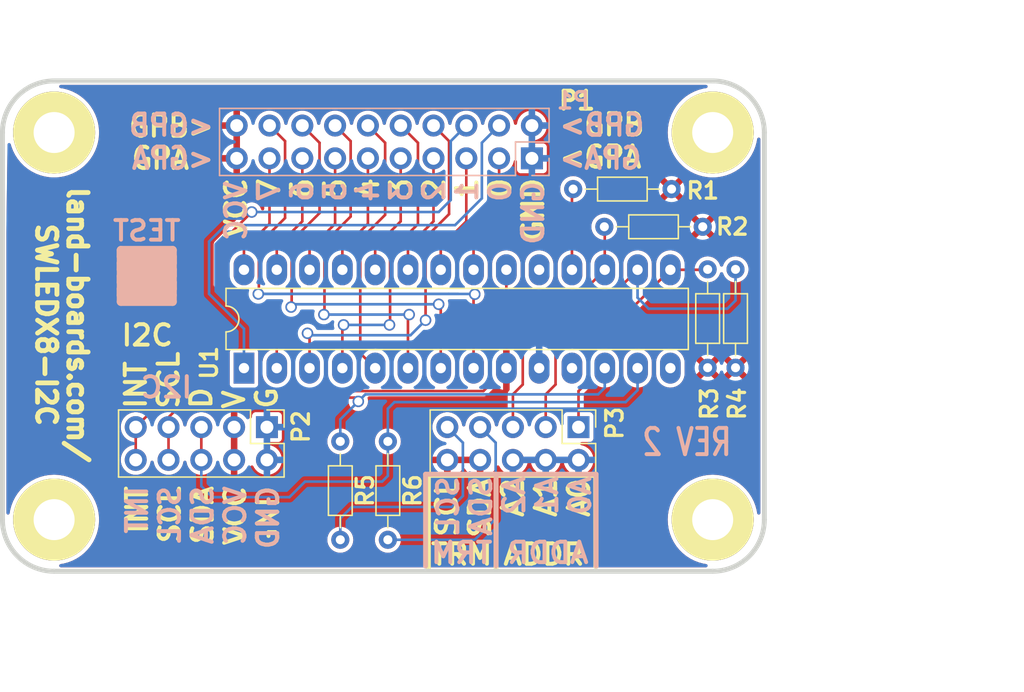
<source format=kicad_pcb>
(kicad_pcb (version 20211014) (generator pcbnew)
  (title_block (title "SWLEDX8-I2C") (date "2017-05-28") (rev "X1") (company "Land Boards, LLC"))
  (layers (0 "F.Cu" signal "Front") (31 "B.Cu" signal "Back") (36 "B.SilkS" user "B.Silkscreen") (37 "F.SilkS" user "F.Silkscreen") (38 "B.Mask" user) (39 "F.Mask" user) (44 "Edge.Cuts" user))
  (net 0 "")
  (net 1 "GND")
  (net 2 "VCC")
  (net 3 "/S0")
  (net 4 "/L0")
  (net 5 "/S1")
  (net 6 "/L1")
  (net 7 "/S2")
  (net 8 "/L2")
  (net 9 "/S3")
  (net 10 "/L3")
  (net 11 "/S4")
  (net 12 "/L4")
  (net 13 "/S5")
  (net 14 "/L5")
  (net 15 "/SDA")
  (net 16 "/SCL")
  (net 17 "/INTS")
  (net 18 "Net-(P3-Pad7)")
  (net 19 "Net-(P3-Pad9)")
  (net 20 "/S6")
  (net 21 "/L6")
  (net 22 "/S7")
  (net 23 "/L7")
  (net 24 "/A1")
  (net 25 "/A0")
  (net 26 "/RST")
  (net 27 "/A2")
  (footprint "Resistor_THT:R_Axial_DIN0204_L3.6mm_D1.6mm_P7.62mm_Horizontal" (layer "F.Cu") (at 51.816 8.382 180)
    (fp_text reference "R1" (at -2.413 -0.127 180) (layer "F.SilkS") (effects (font (size 1.27 1.27) (thickness 0.254))))
    (fp_text value "10K")
    (fp_line (start 1.89 -0.92) (end 1.89 0.92) (layer "F.SilkS") (width 0.12))
    (fp_line (start 0.94 0) (end 1.89 0) (layer "F.SilkS") (width 0.12))
    (fp_line (start 5.73 0.92) (end 5.73 -0.92) (layer "F.SilkS") (width 0.12))
    (fp_line (start 6.68 0) (end 5.73 0) (layer "F.SilkS") (width 0.12))
    (fp_line (start 5.73 -0.92) (end 1.89 -0.92) (layer "F.SilkS") (width 0.12))
    (fp_line (start 1.89 0.92) (end 5.73 0.92) (layer "F.SilkS") (width 0.12))
    (pad "1" thru_hole circle (at 0 0 180) (size 1.4 1.4) (drill 0.7) (layers *.Cu *.Mask) (net 2 "VCC"))
    (pad "2" thru_hole oval (at 7.62 0 180) (size 1.4 1.4) (drill 0.7) (layers *.Cu *.Mask) (net 26 "/RST"))
  )
  (footprint "Resistor_THT:R_Axial_DIN0204_L3.6mm_D1.6mm_P7.62mm_Horizontal" (layer "F.Cu") (at 54.61 22.225 90)
    (fp_text reference "R3" (at -2.794 0.127 90) (layer "F.SilkS") (effects (font (size 1.27 1.27) (thickness 0.254))))
    (fp_text value "10K")
    (fp_line (start 1.89 0.92) (end 5.73 0.92) (layer "F.SilkS") (width 0.12))
    (fp_line (start 5.73 -0.92) (end 1.89 -0.92) (layer "F.SilkS") (width 0.12))
    (fp_line (start 5.73 0.92) (end 5.73 -0.92) (layer "F.SilkS") (width 0.12))
    (fp_line (start 0.94 0) (end 1.89 0) (layer "F.SilkS") (width 0.12))
    (fp_line (start 6.68 0) (end 5.73 0) (layer "F.SilkS") (width 0.12))
    (fp_line (start 1.89 -0.92) (end 1.89 0.92) (layer "F.SilkS") (width 0.12))
    (pad "1" thru_hole circle (at 0 0 90) (size 1.4 1.4) (drill 0.7) (layers *.Cu *.Mask) (net 2 "VCC"))
    (pad "2" thru_hole oval (at 7.62 0 90) (size 1.4 1.4) (drill 0.7) (layers *.Cu *.Mask) (net 25 "/A0"))
  )
  (footprint "Resistor_THT:R_Axial_DIN0204_L3.6mm_D1.6mm_P7.62mm_Horizontal" (layer "F.Cu") (at 56.769 22.225 90)
    (fp_text reference "R4" (at -2.794 0.127 90) (layer "F.SilkS") (effects (font (size 1.27 1.27) (thickness 0.254))))
    (fp_text value "10K")
    (fp_line (start 5.73 0.92) (end 5.73 -0.92) (layer "F.SilkS") (width 0.12))
    (fp_line (start 1.89 0.92) (end 5.73 0.92) (layer "F.SilkS") (width 0.12))
    (fp_line (start 5.73 -0.92) (end 1.89 -0.92) (layer "F.SilkS") (width 0.12))
    (fp_line (start 1.89 -0.92) (end 1.89 0.92) (layer "F.SilkS") (width 0.12))
    (fp_line (start 6.68 0) (end 5.73 0) (layer "F.SilkS") (width 0.12))
    (fp_line (start 0.94 0) (end 1.89 0) (layer "F.SilkS") (width 0.12))
    (pad "1" thru_hole circle (at 0 0 90) (size 1.4 1.4) (drill 0.7) (layers *.Cu *.Mask) (net 2 "VCC"))
    (pad "2" thru_hole oval (at 7.62 0 90) (size 1.4 1.4) (drill 0.7) (layers *.Cu *.Mask) (net 24 "/A1"))
  )
  (footprint "Resistor_THT:R_Axial_DIN0204_L3.6mm_D1.6mm_P7.62mm_Horizontal" (layer "F.Cu") (at 54.229 11.303 180)
    (fp_text reference "R2" (at -2.286 0 180) (layer "F.SilkS") (effects (font (size 1.27 1.27) (thickness 0.254))))
    (fp_text value "10K")
    (fp_line (start 1.89 -0.92) (end 1.89 0.92) (layer "F.SilkS") (width 0.12))
    (fp_line (start 1.89 0.92) (end 5.73 0.92) (layer "F.SilkS") (width 0.12))
    (fp_line (start 5.73 0.92) (end 5.73 -0.92) (layer "F.SilkS") (width 0.12))
    (fp_line (start 0.94 0) (end 1.89 0) (layer "F.SilkS") (width 0.12))
    (fp_line (start 6.68 0) (end 5.73 0) (layer "F.SilkS") (width 0.12))
    (fp_line (start 5.73 -0.92) (end 1.89 -0.92) (layer "F.SilkS") (width 0.12))
    (pad "1" thru_hole circle (at 0 0 180) (size 1.4 1.4) (drill 0.7) (layers *.Cu *.Mask) (net 2 "VCC"))
    (pad "2" thru_hole oval (at 7.62 0 180) (size 1.4 1.4) (drill 0.7) (layers *.Cu *.Mask) (net 27 "/A2"))
  )
  (footprint "Resistor_THT:R_Axial_DIN0204_L3.6mm_D1.6mm_P7.62mm_Horizontal" (layer "F.Cu") (at 26.162 27.94 -90)
    (fp_text reference "R5" (at 3.81 -1.92 90) (layer "F.SilkS") (effects (font (size 1.27 1.27) (thickness 0.254))))
    (fp_text value "2.2K")
    (fp_line (start 0.94 0) (end 1.89 0) (layer "F.SilkS") (width 0.12))
    (fp_line (start 5.73 0.92) (end 5.73 -0.92) (layer "F.SilkS") (width 0.12))
    (fp_line (start 5.73 -0.92) (end 1.89 -0.92) (layer "F.SilkS") (width 0.12))
    (fp_line (start 6.68 0) (end 5.73 0) (layer "F.SilkS") (width 0.12))
    (fp_line (start 1.89 -0.92) (end 1.89 0.92) (layer "F.SilkS") (width 0.12))
    (fp_line (start 1.89 0.92) (end 5.73 0.92) (layer "F.SilkS") (width 0.12))
    (pad "1" thru_hole circle (at 0 0 270) (size 1.4 1.4) (drill 0.7) (layers *.Cu *.Mask) (net 16 "/SCL"))
    (pad "2" thru_hole oval (at 7.62 0 270) (size 1.4 1.4) (drill 0.7) (layers *.Cu *.Mask) (net 19 "Net-(P3-Pad9)"))
  )
  (footprint "Resistor_THT:R_Axial_DIN0204_L3.6mm_D1.6mm_P7.62mm_Horizontal" (layer "F.Cu") (at 29.845 27.94 -90)
    (fp_text reference "R6" (at 3.81 -1.92 90) (layer "F.SilkS") (effects (font (size 1.27 1.27) (thickness 0.254))))
    (fp_text value "2.2K")
    (fp_line (start 1.89 0.92) (end 5.73 0.92) (layer "F.SilkS") (width 0.12))
    (fp_line (start 0.94 0) (end 1.89 0) (layer "F.SilkS") (width 0.12))
    (fp_line (start 6.68 0) (end 5.73 0) (layer "F.SilkS") (width 0.12))
    (fp_line (start 1.89 -0.92) (end 1.89 0.92) (layer "F.SilkS") (width 0.12))
    (fp_line (start 5.73 0.92) (end 5.73 -0.92) (layer "F.SilkS") (width 0.12))
    (fp_line (start 5.73 -0.92) (end 1.89 -0.92) (layer "F.SilkS") (width 0.12))
    (pad "1" thru_hole circle (at 0 0 270) (size 1.4 1.4) (drill 0.7) (layers *.Cu *.Mask) (net 15 "/SDA"))
    (pad "2" thru_hole oval (at 7.62 0 270) (size 1.4 1.4) (drill 0.7) (layers *.Cu *.Mask) (net 18 "Net-(P3-Pad7)"))
  )
  (footprint "LandBoards_MountHoles:MTG-4-40" (layer "F.Cu") (at 55 34)
    (fp_text reference "MTG?1" hide)
    (fp_text value "MTG_HOLE" hide)
    (pad "1" thru_hole circle locked (at 0 0) (size 6.35 6.35) (drill 3.175) (layers *.Cu *.Mask "F.SilkS"))
  )
  (footprint "LandBoards_MountHoles:MTG-4-40" (layer "F.Cu") (at 55 4)
    (fp_text reference "MTG1" hide)
    (fp_text value "MTG_HOLE" hide)
    (pad "1" thru_hole circle locked (at 0 0) (size 6.35 6.35) (drill 3.175) (layers *.Cu *.Mask "F.SilkS"))
  )
  (footprint "LandBoards_MountHoles:MTG-4-40" (layer "F.Cu") (at 4 4)
    (fp_text reference "MTG2" hide)
    (fp_text value "MTG_HOLE" hide)
    (pad "1" thru_hole circle locked (at 0 0) (size 6.35 6.35) (drill 3.175) (layers *.Cu *.Mask "F.SilkS"))
  )
  (footprint "LandBoards_MountHoles:MTG-4-40" (layer "F.Cu") (at 4 34)
    (fp_text reference "MTG3" hide)
    (fp_text value "MTG_HOLE" hide)
    (pad "1" thru_hole circle locked (at 0 0) (size 6.35 6.35) (drill 3.175) (layers *.Cu *.Mask "F.SilkS"))
  )
  (footprint "Pin_Headers:Pin_Header_Straight_2x05_Pitch2.54mm" (layer "F.Cu") (at 44.61 26.83 -90)
    (fp_text reference "P3" (at -0.3 -2.8 -90) (layer "F.SilkS") (effects (font (size 1.27 1.27) (thickness 0.254))))
    (fp_text value "CONN_02X05" hide)
    (fp_line (start -1.33 11.49) (end 3.87 11.49) (layer "F.SilkS") (width 0.12))
    (fp_line (start -1.33 0) (end -1.33 -1.33) (layer "F.SilkS") (width 0.12))
    (fp_line (start 1.27 1.27) (end -1.33 1.27) (layer "F.SilkS") (width 0.12))
    (fp_line (start 3.87 -1.33) (end 1.27 -1.33) (layer "F.SilkS") (width 0.12))
    (fp_line (start -1.33 1.27) (end -1.33 11.49) (layer "F.SilkS") (width 0.12))
    (fp_line (start -1.33 -1.33) (end 0 -1.33) (layer "F.SilkS") (width 0.12))
    (fp_line (start 1.27 -1.33) (end 1.27 1.27) (layer "F.SilkS") (width 0.12))
    (fp_line (start 3.87 11.49) (end 3.87 -1.33) (layer "F.SilkS") (width 0.12))
    (pad "1" thru_hole rect locked (at 0 0 270) (size 1.7 1.7) (drill 1) (layers *.Cu *.Mask) (net 25 "/A0"))
    (pad "2" thru_hole oval locked (at 2.54 0 270) (size 1.7 1.7) (drill 1) (layers *.Cu *.Mask) (net 1 "GND"))
    (pad "3" thru_hole oval locked (at 0 2.54 270) (size 1.7 1.7) (drill 1) (layers *.Cu *.Mask) (net 24 "/A1"))
    (pad "4" thru_hole oval locked (at 2.54 2.54 270) (size 1.7 1.7) (drill 1) (layers *.Cu *.Mask) (net 1 "GND"))
    (pad "5" thru_hole oval locked (at 0 5.08 270) (size 1.7 1.7) (drill 1) (layers *.Cu *.Mask) (net 27 "/A2"))
    (pad "6" thru_hole oval locked (at 2.54 5.08 270) (size 1.7 1.7) (drill 1) (layers *.Cu *.Mask) (net 1 "GND"))
    (pad "7" thru_hole oval locked (at 0 7.62 270) (size 1.7 1.7) (drill 1) (layers *.Cu *.Mask) (net 18 "Net-(P3-Pad7)"))
    (pad "8" thru_hole oval locked (at 2.54 7.62 270) (size 1.7 1.7) (drill 1) (layers *.Cu *.Mask) (net 2 "VCC"))
    (pad "9" thru_hole oval locked (at 0 10.16 270) (size 1.7 1.7) (drill 1) (layers *.Cu *.Mask) (net 19 "Net-(P3-Pad9)"))
    (pad "10" thru_hole oval locked (at 2.54 10.16 270) (size 1.7 1.7) (drill 1) (layers *.Cu *.Mask) (net 2 "VCC"))
  )
  (footprint "Housings_DIP:DIP-28_W7.62mm_LongPads" (layer "F.Cu") (at 18.702 22.258 90)
    (fp_text reference "U1" (at 0.414 -2.7 90) (layer "F.SilkS") (effects (font (size 1.27 1.27) (thickness 0.254))))
    (fp_text value "MCP23017P" hide)
    (fp_line (start 6.18 -1.39) (end 4.81 -1.39) (layer "F.SilkS") (width 0.12))
    (fp_line (start 1.44 34.41) (end 6.18 34.41) (layer "F.SilkS") (width 0.12))
    (fp_line (start 2.81 -1.39) (end 1.44 -1.39) (layer "F.SilkS") (width 0.12))
    (fp_line (start 1.44 -1.39) (end 1.44 34.41) (layer "F.SilkS") (width 0.12))
    (fp_line (start 6.18 34.41) (end 6.18 -1.39) (layer "F.SilkS") (width 0.12))
    (fp_arc (start 4.81 -1.39) (mid 3.81 -0.39) (end 2.81 -1.39) (layer "F.SilkS") (width 0.12))
    (pad "1" thru_hole rect locked (at 0 0 90) (size 2.4 1.6) (drill 0.8) (layers *.Cu *.Mask) (net 4 "/L0"))
    (pad "2" thru_hole oval locked (at 0 2.54 90) (size 2.4 1.6) (drill 0.8) (layers *.Cu *.Mask) (net 6 "/L1"))
    (pad "3" thru_hole oval locked (at 0 5.08 90) (size 2.4 1.6) (drill 0.8) (layers *.Cu *.Mask) (net 8 "/L2"))
    (pad "4" thru_hole oval locked (at 0 7.62 90) (size 2.4 1.6) (drill 0.8) (layers *.Cu *.Mask) (net 10 "/L3"))
    (pad "5" thru_hole oval locked (at 0 10.16 90) (size 2.4 1.6) (drill 0.8) (layers *.Cu *.Mask) (net 12 "/L4"))
    (pad "6" thru_hole oval locked (at 0 12.7 90) (size 2.4 1.6) (drill 0.8) (layers *.Cu *.Mask) (net 14 "/L5"))
    (pad "7" thru_hole oval locked (at 0 15.24 90) (size 2.4 1.6) (drill 0.8) (layers *.Cu *.Mask) (net 21 "/L6"))
    (pad "8" thru_hole oval locked (at 0 17.78 90) (size 2.4 1.6) (drill 0.8) (layers *.Cu *.Mask) (net 23 "/L7"))
    (pad "9" thru_hole oval locked (at 0 20.32 90) (size 2.4 1.6) (drill 0.8) (layers *.Cu *.Mask) (net 2 "VCC"))
    (pad "10" thru_hole oval locked (at 0 22.86 90) (size 2.4 1.6) (drill 0.8) (layers *.Cu *.Mask) (net 1 "GND"))
    (pad "11" thru_hole oval locked (at 0 25.4 90) (size 2.4 1.6) (drill 0.8) (layers *.Cu *.Mask))
    (pad "12" thru_hole oval locked (at 0 27.94 90) (size 2.4 1.6) (drill 0.8) (layers *.Cu *.Mask) (net 16 "/SCL"))
    (pad "13" thru_hole oval locked (at 0 30.48 90) (size 2.4 1.6) (drill 0.8) (layers *.Cu *.Mask) (net 15 "/SDA"))
    (pad "14" thru_hole oval locked (at 0 33.02 90) (size 2.4 1.6) (drill 0.8) (layers *.Cu *.Mask))
    (pad "15" thru_hole oval locked (at 7.62 33.02 90) (size 2.4 1.6) (drill 0.8) (layers *.Cu *.Mask) (net 25 "/A0"))
    (pad "16" thru_hole oval locked (at 7.62 30.48 90) (size 2.4 1.6) (drill 0.8) (layers *.Cu *.Mask) (net 24 "/A1"))
    (pad "17" thru_hole oval locked (at 7.62 27.94 90) (size 2.4 1.6) (drill 0.8) (layers *.Cu *.Mask) (net 27 "/A2"))
    (pad "18" thru_hole oval locked (at 7.62 25.4 90) (size 2.4 1.6) (drill 0.8) (layers *.Cu *.Mask) (net 26 "/RST"))
    (pad "19" thru_hole oval locked (at 7.62 22.86 90) (size 2.4 1.6) (drill 0.8) (layers *.Cu *.Mask))
    (pad "20" thru_hole oval locked (at 7.62 20.32 90) (size 2.4 1.6) (drill 0.8) (layers *.Cu *.Mask) (net 17 "/INTS"))
    (pad "21" thru_hole oval locked (at 7.62 17.78 90) (size 2.4 1.6) (drill 0.8) (layers *.Cu *.Mask) (net 3 "/S0"))
    (pad "22" thru_hole oval locked (at 7.62 15.24 90) (size 2.4 1.6) (drill 0.8) (layers *.Cu *.Mask) (net 5 "/S1"))
    (pad "23" thru_hole oval locked (at 7.62 12.7 90) (size 2.4 1.6) (drill 0.8) (layers *.Cu *.Mask) (net 7 "/S2"))
    (pad "24" thru_hole oval locked (at 7.62 10.16 90) (size 2.4 1.6) (drill 0.8) (layers *.Cu *.Mask) (net 9 "/S3"))
    (pad "25" thru_hole oval locked (at 7.62 7.62 90) (size 2.4 1.6) (drill 0.8) (layers *.Cu *.Mask) (net 11 "/S4"))
    (pad "26" thru_hole oval locked (at 7.62 5.08 90) (size 2.4 1.6) (drill 0.8) (layers *.Cu *.Mask) (net 13 "/S5"))
    (pad "27" thru_hole oval locked (at 7.62 2.54 90) (size 2.4 1.6) (drill 0.8) (layers *.Cu *.Mask) (net 20 "/S6"))
    (pad "28" thru_hole oval locked (at 7.62 0 90) (size 2.4 1.6) (drill 0.8) (layers *.Cu *.Mask) (net 22 "/S7"))
  )
  (footprint "Connector_PinHeader_2.54mm:PinHeader_2x05_P2.54mm_Vertical" (layer "F.Cu") (at 20.48 26.83 -90)
    (fp_text reference "P2" (at -0.033 -2.634 -90) (layer "F.SilkS") (effects (font (size 1.27 1.27) (thickness 0.254))))
    (fp_text value "CONN_02X05")
    (fp_line (start -1.33 11.49) (end 3.87 11.49) (layer "F.SilkS") (width 0.12))
    (fp_line (start 1.27 1.27) (end 1.27 -1.33) (layer "F.SilkS") (width 0.12))
    (fp_line (start -1.33 1.27) (end 1.27 1.27) (layer "F.SilkS") (width 0.12))
    (fp_line (start 1.27 -1.33) (end 3.87 -1.33) (layer "F.SilkS") (width 0.12))
    (fp_line (start -1.33 1.27) (end -1.33 11.49) (layer "F.SilkS") (width 0.12))
    (fp_line (start -1.33 -1.33) (end 0 -1.33) (layer "F.SilkS") (width 0.12))
    (fp_line (start -1.33 0) (end -1.33 -1.33) (layer "F.SilkS") (width 0.12))
    (fp_line (start 3.87 -1.33) (end 3.87 11.49) (layer "F.SilkS") (width 0.12))
    (pad "1" thru_hole rect (at 0 0 270) (size 1.7 1.7) (drill 1) (layers *.Cu *.Mask) (net 1 "GND"))
    (pad "2" thru_hole oval (at 2.54 0 270) (size 1.7 1.7) (drill 1) (layers *.Cu *.Mask) (net 1 "GND"))
    (pad "3" thru_hole oval (at 0 2.54 270) (size 1.7 1.7) (drill 1) (layers *.Cu *.Mask) (net 2 "VCC"))
    (pad "4" thru_hole oval (at 2.54 2.54 270) (size 1.7 1.7) (drill 1) (layers *.Cu *.Mask) (net 2 "VCC"))
    (pad "5" thru_hole oval (at 0 5.08 270) (size 1.7 1.7) (drill 1) (layers *.Cu *.Mask) (net 15 "/SDA"))
    (pad "6" thru_hole oval (at 2.54 5.08 270) (size 1.7 1.7) (drill 1) (layers *.Cu *.Mask) (net 15 "/SDA"))
    (pad "7" thru_hole oval (at 0 7.62 270) (size 1.7 1.7) (drill 1) (layers *.Cu *.Mask) (net 16 "/SCL"))
    (pad "8" thru_hole oval (at 2.54 7.62 270) (size 1.7 1.7) (drill 1) (layers *.Cu *.Mask) (net 16 "/SCL"))
    (pad "9" thru_hole oval (at 0 10.16 270) (size 1.7 1.7) (drill 1) (layers *.Cu *.Mask) (net 17 "/INTS"))
    (pad "10" thru_hole oval (at 2.54 10.16 270) (size 1.7 1.7) (drill 1) (layers *.Cu *.Mask) (net 17 "/INTS"))
  )
  (footprint "LandBoards_Marking:TEST_BLK-REAR" (layer "F.Cu") (at 11.176 15.113)
    (fp_text reference "TEST" (at 0 -3.5) (layer "B.SilkS") (effects (font (size 1.524 1.524) (thickness 0.3048)) (justify mirror)))
    (fp_text value "COUPON" hide)
    (fp_line (start -2 -2) (end -2 -1.5) (layer "B.SilkS") (width 0.65))
    (fp_line (start -2 -1) (end -2 -0.5) (layer "B.SilkS") (width 0.65))
    (fp_line (start -2 1.5) (end 2 1.5) (layer "B.SilkS") (width 0.65))
    (fp_line (start 2 0.5) (end 2 1) (layer "B.SilkS") (width 0.65))
    (fp_line (start -2 -1.5) (end 2 -1.5) (layer "B.SilkS") (width 0.65))
    (fp_line (start 2 -1.5) (end 2 -1) (layer "B.SilkS") (width 0.65))
    (fp_line (start 2 -1) (end -2 -1) (layer "B.SilkS") (width 0.65))
    (fp_line (start -2 1) (end -2 1.5) (layer "B.SilkS") (width 0.65))
    (fp_line (start -2 2) (end -2 -2) (layer "B.SilkS") (width 0.65))
    (fp_line (start 2 0) (end -2 0) (layer "B.SilkS") (width 0.65))
    (fp_line (start 1.5 0.5) (end 2 0.5) (layer "B.SilkS") (width 0.65))
    (fp_line (start -2 0.5) (end 1.5 0.5) (layer "B.SilkS") (width 0.65))
    (fp_line (start 2 1) (end -2 1) (layer "B.SilkS") (width 0.65))
    (fp_line (start -2 -2) (end 2 -2) (layer "B.SilkS") (width 0.65))
    (fp_line (start -2 -0.5) (end 2 -0.5) (layer "B.SilkS") (width 0.65))
    (fp_line (start 2 2) (end -2 2) (layer "B.SilkS") (width 0.65))
    (fp_line (start 2 -0.5) (end 2 0) (layer "B.SilkS") (width 0.65))
    (fp_line (start 2 -2) (end 2 2) (layer "B.SilkS") (width 0.65))
    (fp_line (start -2 0) (end -2 0.5) (layer "B.SilkS") (width 0.65))
  )
  (footprint "Connector_PinHeader_2.54mm:PinHeader_2x10_P2.54mm_Vertical" (layer "B.Cu") (at 41 6 90)
    (fp_text reference "P1" (at 4.476 3.196) (layer "B.SilkS") (effects (font (size 1.27 1.27) (thickness 0.254)) (justify mirror)))
    (fp_text value "CONN_02X10")
    (fp_line (start -1.33 0) (end -1.33 1.33) (layer "B.SilkS") (width 0.12))
    (fp_line (start -1.33 -1.27) (end -1.33 -24.19) (layer "B.SilkS") (width 0.12))
    (fp_line (start -1.33 -1.27) (end 1.27 -1.27) (layer "B.SilkS") (width 0.12))
    (fp_line (start 1.27 -1.27) (end 1.27 1.33) (layer "B.SilkS") (width 0.12))
    (fp_line (start -1.33 1.33) (end 0 1.33) (layer "B.SilkS") (width 0.12))
    (fp_line (start -1.33 -24.19) (end 3.87 -24.19) (layer "B.SilkS") (width 0.12))
    (fp_line (start 1.27 1.33) (end 3.87 1.33) (layer "B.SilkS") (width 0.12))
    (fp_line (start 3.87 1.33) (end 3.87 -24.19) (layer "B.SilkS") (width 0.12))
    (pad "1" thru_hole rect locked (at 0 0 90) (size 1.7 1.7) (drill 1) (layers *.Cu *.Mask) (net 1 "GND"))
    (pad "2" thru_hole oval locked (at 2.54 0 90) (size 1.7 1.7) (drill 1) (layers *.Cu *.Mask) (net 1 "GND"))
    (pad "3" thru_hole oval locked (at 0 -2.54 90) (size 1.7 1.7) (drill 1) (layers *.Cu *.Mask) (net 3 "/S0"))
    (pad "4" thru_hole oval locked (at 2.54 -2.54 90) (size 1.7 1.7) (drill 1) (layers *.Cu *.Mask) (net 4 "/L0"))
    (pad "5" thru_hole oval locked (at 0 -5.08 90) (size 1.7 1.7) (drill 1) (layers *.Cu *.Mask) (net 5 "/S1"))
    (pad "6" thru_hole oval locked (at 2.54 -5.08 90) (size 1.7 1.7) (drill 1) (layers *.Cu *.Mask) (net 6 "/L1"))
    (pad "7" thru_hole oval locked (at 0 -7.62 90) (size 1.7 1.7) (drill 1) (layers *.Cu *.Mask) (net 7 "/S2"))
    (pad "8" thru_hole oval locked (at 2.54 -7.62 90) (size 1.7 1.7) (drill 1) (layers *.Cu *.Mask) (net 8 "/L2"))
    (pad "9" thru_hole oval locked (at 0 -10.16 90) (size 1.7 1.7) (drill 1) (layers *.Cu *.Mask) (net 9 "/S3"))
    (pad "10" thru_hole oval locked (at 2.54 -10.16 90) (size 1.7 1.7) (drill 1) (layers *.Cu *.Mask) (net 10 "/L3"))
    (pad "11" thru_hole oval locked (at 0 -12.7 90) (size 1.7 1.7) (drill 1) (layers *.Cu *.Mask) (net 11 "/S4"))
    (pad "12" thru_hole oval locked (at 2.54 -12.7 90) (size 1.7 1.7) (drill 1) (layers *.Cu *.Mask) (net 12 "/L4"))
    (pad "13" thru_hole oval locked (at 0 -15.24 90) (size 1.7 1.7) (drill 1) (layers *.Cu *.Mask) (net 13 "/S5"))
    (pad "14" thru_hole oval locked (at 2.54 -15.24 90) (size 1.7 1.7) (drill 1) (layers *.Cu *.Mask) (net 14 "/L5"))
    (pad "15" thru_hole oval locked (at 0 -17.78 90) (size 1.7 1.7) (drill 1) (layers *.Cu *.Mask) (net 20 "/S6"))
    (pad "16" thru_hole oval locked (at 2.54 -17.78 90) (size 1.7 1.7) (drill 1) (layers *.Cu *.Mask) (net 21 "/L6"))
    (pad "17" thru_hole oval locked (at 0 -20.32 90) (size 1.7 1.7) (drill 1) (layers *.Cu *.Mask) (net 22 "/S7"))
    (pad "18" thru_hole oval locked (at 2.54 -20.32 90) (size 1.7 1.7) (drill 1) (layers *.Cu *.Mask) (net 23 "/L7"))
    (pad "19" thru_hole oval locked (at 0 -22.86 90) (size 1.7 1.7) (drill 1) (layers *.Cu *.Mask) (net 2 "VCC"))
    (pad "20" thru_hole oval locked (at 2.54 -22.86 90) (size 1.7 1.7) (drill 1) (layers *.Cu *.Mask) (net 2 "VCC"))
  )
  (gr_line (start 32.766 30.48) (end 45.974 30.48) (layer "B.SilkS") (width 0.381))
  (gr_line (start 45.974 30.48) (end 45.974 37.592) (layer "B.SilkS") (width 0.381))
  (gr_line (start 38.227 30.48) (end 38.227 37.592) (layer "B.SilkS") (width 0.381))
  (gr_line (start 32.766 30.48) (end 32.766 37.592) (layer "B.SilkS") (width 0.381))
  (gr_line (start 38.227 37.719) (end 38.227 30.9245) (layer "F.SilkS") (width 0.381))
  (gr_line (start 45.95 37.629) (end 45.94 30.7) (layer "F.SilkS") (width 0.381))
  (gr_line (start 32.983 30.79) (end 32.983 37.719) (layer "F.SilkS") (width 0.381))
  (gr_line (start 4 0) (end 55 0) (layer "Edge.Cuts") (width 0.381))
  (gr_line (start 59 4) (end 59 34) (layer "Edge.Cuts") (width 0.381))
  (gr_line (start 0 34) (end 0 4) (layer "Edge.Cuts") (width 0.381))
  (gr_arc (start 0 4) (mid 1.171573 1.171573) (end 4 0) (layer "Edge.Cuts") (width 0.381))
  (gr_arc (start 4 38) (mid 1.171573 36.828427) (end 0 34) (layer "Edge.Cuts") (width 0.381))
  (gr_arc (start 59 34) (mid 57.828427 36.828427) (end 55 38) (layer "Edge.Cuts") (width 0.381))
  (gr_arc (start 55 0) (mid 57.828427 1.171573) (end 59 4) (layer "Edge.Cuts") (width 0.381))
  (gr_line (start 55 38) (end 4 38) (layer "Edge.Cuts") (width 0.381))
  (gr_text "ADDR TRM" (at 33.02 36.576) (layer "B.SilkS") (effects (font (size 1.5875 1.6129) (thickness 0.3048)) (justify right mirror)))
  (gr_text "VCC\n7\n6\n5\n4\n3\n2\n1\n0\nGND" (at 29.591 7.62 90) (layer "B.SilkS") (effects (font (size 1.5875 1.5875) (thickness 0.3048)) (justify left mirror)))
  (gr_text "GPB>" (at 43 3.43) (layer "B.SilkS") (effects (font (size 1.651 1.524) (thickness 0.3048)) (justify right mirror)))
  (gr_text "SCL\nSDA\nA2\nA1\nA0" (at 39.624 30.48 90) (layer "B.SilkS") (effects (font (size 1.5875 1.6129) (thickness 0.3048)) (justify left mirror)))
  (gr_text "INT\nSCL\nSDA\nVCC\nGND" (at 15.494 31.242 90) (layer "B.SilkS") (effects (font (size 1.5748 1.5748) (thickness 0.3048)) (justify left mirror)))
  (gr_text "REV 2" (at 53 28) (layer "B.SilkS") (effects (font (size 2.032 1.524) (thickness 0.3048)) (justify mirror)))
  (gr_text "<GPA" (at 16.5 6) (layer "B.SilkS") (effects (font (size 1.651 1.524) (thickness 0.3048)) (justify left mirror)))
  (gr_text "GPA>" (at 43 6) (layer "B.SilkS") (effects (font (size 1.651 1.524) (thickness 0.3048)) (justify right mirror)))
  (gr_text "I2C" (at 14.859 23.749) (layer "B.SilkS") (effects (font (size 1.5875 1.6129) (thickness 0.3048)) (justify left mirror)))
  (gr_text "<GPB" (at 16.5 3.429) (layer "B.SilkS") (effects (font (size 1.651 1.524) (thickness 0.3048)) (justify left mirror)))
  (gr_text "<GPA" (at 43 5.9) (layer "F.SilkS") (effects (font (size 1.651 1.524) (thickness 0.3048)) (justify left)))
  (gr_text "SCL\nSDA\nA2\nA1\nA0" (at 39.53 30.64 90) (layer "F.SilkS") (effects (font (size 1.5875 1.6129) (thickness 0.3048)) (justify right)))
  (gr_text "P1" (at 42.926 1.524) (layer "F.SilkS") (effects (font (size 1.397 1.397) (thickness 0.3048)) (justify left)))
  (gr_text "INT\nSCL\nSDA\nVCC\nGND" (at 15.494 31.242 90) (layer "F.SilkS") (effects (font (size 1.5748 1.5748) (thickness 0.3048)) (justify right)))
  (gr_text "TRM" (at 38.1 36.7) (layer "F.SilkS") (effects (font (size 1.5875 1.6129) (thickness 0.3048)) (justify right)))
  (gr_text "GPA>" (at 16.5 6) (layer "F.SilkS") (effects (font (size 1.651 1.524) (thickness 0.3048)) (justify right)))
  (gr_text "ADDR" (at 45.245 36.703) (layer "F.SilkS") (effects (font (size 1.5875 1.6129) (thickness 0.3048)) (justify right)))
  (gr_text "land-boards.com/\nSWLEDX8-I2C" (at 4.6 18.9 270) (layer "F.SilkS") (effects (font (size 1.5 1.5) (thickness 0.375))))
  (gr_text "GPB>" (at 16.5 3.5) (layer "F.SilkS") (effects (font (size 1.651 1.524) (thickness 0.3048)) (justify right)))
  (gr_text "INT\nSCL\nD\nV\nG" (at 15.4 25.56 90) (layer "F.SilkS") (effects (font (size 1.5748 1.5748) (thickness 0.3048)) (justify left)))
  (gr_text "<GPB" (at 43 3.4) (layer "F.SilkS") (effects (font (size 1.651 1.524) (thickness 0.3048)) (justify left)))
  (gr_text "VCC\n7\n6\n5\n4\n3\n2\n1\n0\nGND" (at 29.591 7.366 90) (layer "F.SilkS") (effects (font (size 1.5875 1.5875) (thickness 0.3048)) (justify right)))
  (gr_text "I2C" (at 9.05 19.718) (layer "F.SilkS") (effects (font (size 1.5875 1.6129) (thickness 0.3048)) (justify left)))
  (segment (start 38.46 6) (end 38.46 10.882) (width 0.2032) (layer "F.Cu") (net 3))
  (segment (start 38.46 10.882) (end 36.482 12.86) (width 0.2032) (layer "F.Cu") (net 3))
  (segment (start 36.482 14.638) (end 36.482 12.86) (width 0.2032) (layer "F.Cu") (net 3))
  (segment (start 16.002 16.51) (end 16.002 12.446) (width 0.2032) (layer "B.Cu") (net 4))
  (segment (start 18.702 22.258) (end 18.702 19.21) (width 0.2032) (layer "B.Cu") (net 4))
  (segment (start 37.125111 4.794889) (end 38.46 3.46) (width 0.2032) (layer "B.Cu") (net 4))
  (segment (start 18.702 19.21) (end 16.002 16.51) (width 0.2032) (layer "B.Cu") (net 4))
  (segment (start 16.002 12.446) (end 17.272 11.176) (width 0.2032) (layer "B.Cu") (net 4))
  (segment (start 17.272 11.176) (end 35.052 11.176) (width 0.2032) (layer "B.Cu") (net 4))
  (segment (start 35.052 11.176) (end 37.125111 9.102889) (width 0.2032) (layer "B.Cu") (net 4))
  (segment (start 37.125111 9.102889) (end 37.125111 4.794889) (width 0.2032) (layer "B.Cu") (net 4))
  (segment (start 35.92 10.882) (end 33.942 12.86) (width 0.2032) (layer "F.Cu") (net 5))
  (segment (start 33.942 14.638) (end 33.942 12.86) (width 0.2032) (layer "F.Cu") (net 5))
  (segment (start 35.92 6) (end 35.92 10.882) (width 0.2032) (layer "F.Cu") (net 5))
  (segment (start 16.764 15.748) (end 21.242 20.226) (width 0.2032) (layer "F.Cu") (net 6))
  (segment (start 16.764 12.7) (end 16.764 15.748) (width 0.2032) (layer "F.Cu") (net 6))
  (segment (start 21.242 20.226) (end 21.242 22.258) (width 0.2032) (layer "F.Cu") (net 6))
  (segment (start 19.304 10.16) (end 16.764 12.7) (width 0.2032) (layer "F.Cu") (net 6))
  (via (at 19.304 10.16) (size 0.889) (drill 0.635) (layers "F.Cu" "B.Cu") (net 6))
  (segment (start 33.782 10.16) (end 19.304 10.16) (width 0.2032) (layer "B.Cu") (net 6))
  (segment (start 35.92 3.46) (end 34.714889 4.665111) (width 0.2032) (layer "B.Cu") (net 6))
  (segment (start 34.714889 4.665111) (end 34.714889 9.227111) (width 0.2032) (layer "B.Cu") (net 6))
  (segment (start 34.714889 9.227111) (end 33.782 10.16) (width 0.2032) (layer "B.Cu") (net 6))
  (segment (start 33.38 10.882) (end 31.402 12.86) (width 0.2032) (layer "F.Cu") (net 7))
  (segment (start 33.38 6) (end 33.38 10.882) (width 0.2032) (layer "F.Cu") (net 7))
  (segment (start 31.402 14.638) (end 31.402 12.86) (width 0.2032) (layer "F.Cu") (net 7))
  (segment (start 34.585111 10.322789) (end 34.585111 4.665111) (width 0.2032) (layer "F.Cu") (net 8))
  (segment (start 32.766 12.1419) (end 34.585111 10.322789) (width 0.2032) (layer "F.Cu") (net 8))
  (segment (start 32.766 18.542) (end 32.766 12.1419) (width 0.2032) (layer "F.Cu") (net 8))
  (segment (start 23.782 19.718) (end 23.622 19.558) (width 0.2032) (layer "F.Cu") (net 8))
  (segment (start 34.585111 4.665111) (end 33.38 3.46) (width 0.2032) (layer "F.Cu") (net 8))
  (segment (start 23.782 22.258) (end 23.782 19.718) (width 0.2032) (layer "F.Cu") (net 8))
  (via (at 23.622 19.558) (size 0.889) (drill 0.635) (layers "F.Cu" "B.Cu") (net 8))
  (via (at 32.766 18.542) (size 0.889) (drill 0.635) (layers "F.Cu" "B.Cu") (net 8))
  (segment (start 23.622 19.558) (end 23.772411 19.708411) (width 0.2032) (layer "B.Cu") (net 8))
  (segment (start 31.599589 19.708411) (end 32.766 18.542) (width 0.2032) (layer "B.Cu") (net 8))
  (segment (start 23.772411 19.708411) (end 31.599589 19.708411) (width 0.2032) (layer "B.Cu") (net 8))
  (segment (start 28.862 14.638) (end 28.862 12.86) (width 0.2032) (layer "F.Cu") (net 9))
  (segment (start 30.84 10.882) (end 28.862 12.86) (width 0.2032) (layer "F.Cu") (net 9))
  (segment (start 30.84 6) (end 30.84 10.882) (width 0.2032) (layer "F.Cu") (net 9))
  (segment (start 30.01712 18.86368) (end 30.01712 13.25312) (width 0.2032) (layer "F.Cu") (net 10))
  (segment (start 26.322 19.0028) (end 26.416 18.9088) (width 0.2032) (layer "F.Cu") (net 10))
  (segment (start 29.972 18.9088) (end 30.01712 18.86368) (width 0.2032) (layer "F.Cu") (net 10))
  (segment (start 32.174889 4.794889) (end 30.84 3.46) (width 0.2032) (layer "F.Cu") (net 10))
  (segment (start 32.174889 11.095351) (end 32.174889 4.794889) (width 0.2032) (layer "F.Cu") (net 10))
  (segment (start 26.322 22.258) (end 26.322 19.0028) (width 0.2032) (layer "F.Cu") (net 10))
  (segment (start 30.01712 13.25312) (end 32.174889 11.095351) (width 0.2032) (layer "F.Cu") (net 10))
  (via (at 29.972 18.9088) (size 0.889) (drill 0.635) (layers "F.Cu" "B.Cu") (net 10))
  (via (at 26.416 18.9088) (size 0.889) (drill 0.635) (layers "F.Cu" "B.Cu") (net 10))
  (segment (start 26.416 18.9088) (end 29.972 18.9088) (width 0.2032) (layer "B.Cu") (net 10))
  (segment (start 28.3 6) (end 28.3 11.07) (width 0.2032) (layer "F.Cu") (net 11))
  (segment (start 26.322 14.638) (end 26.322 13.048) (width 0.2032) (layer "F.Cu") (net 11))
  (segment (start 28.3 11.07) (end 26.322 13.048) (width 0.2032) (layer "F.Cu") (net 11))
  (segment (start 29.634889 4.794889) (end 28.3 3.46) (width 0.2032) (layer "F.Cu") (net 12))
  (segment (start 29.634889 10.381011) (end 29.634889 4.794889) (width 0.2032) (layer "F.Cu") (net 12))
  (segment (start 28.862 22.258) (end 27.70688 21.10288) (width 0.2032) (layer "F.Cu") (net 12))
  (segment (start 27.70688 12.30902) (end 29.634889 10.381011) (width 0.2032) (layer "F.Cu") (net 12))
  (segment (start 27.70688 21.10288) (end 27.70688 12.30902) (width 0.2032) (layer "F.Cu") (net 12))
  (segment (start 25.76 6) (end 25.76 11.07) (width 0.2032) (layer "F.Cu") (net 13))
  (segment (start 25.76 11.07) (end 23.97 12.86) (width 0.2032) (layer "F.Cu") (net 13))
  (segment (start 23.782 14.638) (end 23.782 12.86) (width 0.2032) (layer "F.Cu") (net 13))
  (segment (start 23.97 12.86) (end 23.782 12.86) (width 0.2032) (layer "F.Cu") (net 13))
  (segment (start 26.965111 4.665111) (end 25.76 3.46) (width 0.2032) (layer "F.Cu") (net 14))
  (segment (start 31.402 22.258) (end 31.402 18.2032) (width 0.2032) (layer "F.Cu") (net 14))
  (segment (start 24.93712 18.06408) (end 24.93712 12.53878) (width 0.2032) (layer "F.Cu") (net 14))
  (segment (start 24.93712 12.53878) (end 26.965111 10.510789) (width 0.2032) (layer "F.Cu") (net 14))
  (segment (start 24.892 18.1092) (end 24.93712 18.06408) (width 0.2032) (layer "F.Cu") (net 14))
  (segment (start 26.965111 10.510789) (end 26.965111 4.665111) (width 0.2032) (layer "F.Cu") (net 14))
  (segment (start 31.402 18.2032) (end 31.496 18.1092) (width 0.2032) (layer "F.Cu") (net 14))
  (via (at 24.892 18.1092) (size 0.889) (drill 0.635) (layers "F.Cu" "B.Cu") (net 14))
  (via (at 31.496 18.1092) (size 0.889) (drill 0.635) (layers "F.Cu" "B.Cu") (net 14))
  (segment (start 31.496 18.1092) (end 24.892 18.1092) (width 0.2032) (layer "B.Cu") (net 14))
  (segment (start 15.4 29.37) (end 15.4 26.83) (width 0.2032) (layer "F.Cu") (net 15))
  (segment (start 23.4315 31.0515) (end 29.4005 31.0515) (width 0.2032) (layer "B.Cu") (net 15))
  (segment (start 29.845 25.4) (end 29.845 27.94) (width 0.2032) (layer "B.Cu") (net 15))
  (segment (start 15.4 31.402) (end 16.256 32.258) (width 0.2032) (layer "B.Cu") (net 15))
  (segment (start 30.353 24.892) (end 29.845 25.4) (width 0.2032) (layer "B.Cu") (net 15))
  (segment (start 22.225 32.258) (end 23.4315 31.0515) (width 0.2032) (layer "B.Cu") (net 15))
  (segment (start 49.182 23.97) (end 48.26 24.892) (width 0.2032) (layer "B.Cu") (net 15))
  (segment (start 15.4 29.37) (end 15.4 31.402) (width 0.2032) (layer "B.Cu") (net 15))
  (segment (start 49.182 22.258) (end 49.182 23.97) (width 0.2032) (layer "B.Cu") (net 15))
  (segment (start 29.845 30.607) (end 29.845 27.94) (width 0.2032) (layer "B.Cu") (net 15))
  (segment (start 16.256 32.258) (end 22.225 32.258) (width 0.2032) (layer "B.Cu") (net 15))
  (segment (start 48.26 24.892) (end 30.353 24.892) (width 0.2032) (layer "B.Cu") (net 15))
  (segment (start 29.4005 31.0515) (end 29.845 30.607) (width 0.2032) (layer "B.Cu") (net 15))
  (segment (start 12.86 26.068) (end 14.384 24.544) (width 0.2032) (layer "F.Cu") (net 16))
  (segment (start 14.384 24.544) (end 27.2674 24.544) (width 0.2032) (layer "F.Cu") (net 16))
  (segment (start 27.559 24.8356) (end 27.2674 24.544) (width 0.2032) (layer "F.Cu") (net 16))
  (segment (start 12.86 29.37) (end 12.86 26.83) (width 0.2032) (layer "F.Cu") (net 16))
  (segment (start 12.86 26.83) (end 12.86 26.068) (width 0.2032) (layer "F.Cu") (net 16))
  (via (at 27.559 24.8356) (size 0.889) (drill 0.635) (layers "F.Cu" "B.Cu") (net 16))
  (segment (start 46.134 24.29) (end 46.642 23.782) (width 0.2032) (layer "B.Cu") (net 16))
  (segment (start 46.642 23.782) (end 46.642 22.258) (width 0.2032) (layer "B.Cu") (net 16))
  (segment (start 26.162 26.2326) (end 27.559 24.8356) (width 0.2032) (layer "B.Cu") (net 16))
  (segment (start 26.162 27.94) (end 26.162 26.2326) (width 0.2032) (layer "B.Cu") (net 16))
  (segment (start 28.1046 24.29) (end 27.559 24.8356) (width 0.2032) (layer "B.Cu") (net 16))
  (segment (start 28.1046 24.29) (end 46.134 24.29) (width 0.2032) (layer "B.Cu") (net 16))
  (segment (start 37.752 23.528) (end 37.752 20.734) (width 0.2032) (layer "F.Cu") (net 17))
  (segment (start 37.752 20.734) (end 39.022 19.464) (width 0.2032) (layer "F.Cu") (net 17))
  (segment (start 39.022 19.464) (end 39.022 14.638) (width 0.2032) (layer "F.Cu") (net 17))
  (segment (start 13.114 24.036) (end 10.32 26.83) (width 0.2032) (layer "F.Cu") (net 17))
  (segment (start 37.244 24.036) (end 37.752 23.528) (width 0.2032) (layer "F.Cu") (net 17))
  (segment (start 13.114 24.036) (end 37.244 24.036) (width 0.2032) (layer "F.Cu") (net 17))
  (segment (start 10.32 29.37) (end 10.32 26.83) (width 0.2032) (layer "F.Cu") (net 17))
  (segment (start 36.576 35.56) (end 38.195111 33.940889) (width 0.2032) (layer "B.Cu") (net 18))
  (segment (start 38.195111 33.940889) (end 38.195111 28.035111) (width 0.2032) (layer "B.Cu") (net 18))
  (segment (start 38.195111 28.035111) (end 36.99 26.83) (width 0.2032) (layer "B.Cu") (net 18))
  (segment (start 29.845 35.56) (end 36.576 35.56) (width 0.2032) (layer "B.Cu") (net 18))
  (segment (start 26.162 35.56) (end 26.162 33.909) (width 0.2032) (layer "B.Cu") (net 19))
  (segment (start 26.162 33.909) (end 27.051 33.02) (width 0.2032) (layer "B.Cu") (net 19))
  (segment (start 27.051 33.02) (end 34.798 33.02) (width 0.2032) (layer "B.Cu") (net 19))
  (segment (start 35.655111 32.162889) (end 35.655111 28.035111) (width 0.2032) (layer "B.Cu") (net 19))
  (segment (start 35.655111 28.035111) (end 34.45 26.83) (width 0.2032) (layer "B.Cu") (net 19))
  (segment (start 34.798 33.02) (end 35.655111 32.162889) (width 0.2032) (layer "B.Cu") (net 19))
  (segment (start 23.22 6) (end 23.22 10.882) (width 0.2032) (layer "F.Cu") (net 20))
  (segment (start 23.22 10.882) (end 21.242 12.86) (width 0.2032) (layer "F.Cu") (net 20))
  (segment (start 21.242 14.638) (end 21.242 12.86) (width 0.2032) (layer "F.Cu") (net 20))
  (segment (start 24.554889 4.794889) (end 23.22 3.46) (width 0.2032) (layer "F.Cu") (net 21))
  (segment (start 22.352 17.526) (end 22.39712 17.48088) (width 0.2032) (layer "F.Cu") (net 21))
  (segment (start 22.39712 17.48088) (end 22.39712 12.40088) (width 0.2032) (layer "F.Cu") (net 21))
  (segment (start 22.39712 12.40088) (end 24.554889 10.243111) (width 0.2032) (layer "F.Cu") (net 21))
  (segment (start 24.554889 10.243111) (end 24.554889 4.794889) (width 0.2032) (layer "F.Cu") (net 21))
  (segment (start 33.942 22.258) (end 33.942 17.4696) (width 0.2032) (layer "F.Cu") (net 21))
  (segment (start 33.942 17.4696) (end 33.782 17.3096) (width 0.2032) (layer "F.Cu") (net 21))
  (via (at 33.782 17.3096) (size 0.889) (drill 0.635) (layers "F.Cu" "B.Cu") (net 21))
  (via (at 22.352 17.526) (size 0.889) (drill 0.635) (layers "F.Cu" "B.Cu") (net 21))
  (segment (start 22.5684 17.3096) (end 22.352 17.526) (width 0.2032) (layer "B.Cu") (net 21))
  (segment (start 22.5684 17.3096) (end 33.782 17.3096) (width 0.2032) (layer "B.Cu") (net 21))
  (segment (start 20.68 11.07) (end 18.702 13.048) (width 0.2032) (layer "F.Cu") (net 22))
  (segment (start 20.68 6) (end 20.68 11.07) (width 0.2032) (layer "F.Cu") (net 22))
  (segment (start 18.702 13.048) (end 18.702 14.638) (width 0.2032) (layer "F.Cu") (net 22))
  (segment (start 36.482 16.628421) (end 36.577466 16.532955) (width 0.2032) (layer "F.Cu") (net 23))
  (segment (start 21.885111 10.626889) (end 21.885111 4.665111) (width 0.2032) (layer "F.Cu") (net 23))
  (segment (start 21.885111 4.665111) (end 20.68 3.46) (width 0.2032) (layer "F.Cu") (net 23))
  (segment (start 19.812 16.51) (end 19.85712 16.46488) (width 0.2032) (layer "F.Cu") (net 23))
  (segment (start 36.482 22.258) (end 36.482 16.628421) (width 0.2032) (layer "F.Cu") (net 23))
  (segment (start 19.85712 12.65488) (end 21.885111 10.626889) (width 0.2032) (layer "F.Cu") (net 23))
  (segment (start 19.85712 16.46488) (end 19.85712 12.65488) (width 0.2032) (layer "F.Cu") (net 23))
  (via (at 19.812 16.51) (size 0.889) (drill 0.635) (layers "F.Cu" "B.Cu") (net 23))
  (via (at 36.577466 16.532955) (size 0.889) (drill 0.635) (layers "F.Cu" "B.Cu") (net 23))
  (segment (start 20.32 16.51) (end 19.812 16.51) (width 0.2032) (layer "B.Cu") (net 23))
  (segment (start 34.544 16.51) (end 20.32 16.51) (width 0.2032) (layer "B.Cu") (net 23))
  (segment (start 19.812011 16.509989) (end 19.812 16.51) (width 0.2032) (layer "B.Cu") (net 23))
  (segment (start 36.5545 16.509989) (end 19.812011 16.509989) (width 0.2032) (layer "B.Cu") (net 23))
  (segment (start 35.306 16.51) (end 34.544 16.51) (width 0.2032) (layer "B.Cu") (net 23))
  (segment (start 36.577466 16.532955) (end 36.5545 16.509989) (width 0.2032) (layer "B.Cu") (net 23))
  (segment (start 42.07 24.29) (end 42.832 23.528) (width 0.2032) (layer "F.Cu") (net 24))
  (segment (start 42.832 23.528) (end 42.832 20.988) (width 0.2032) (layer "F.Cu") (net 24))
  (segment (start 42.832 20.988) (end 49.182 14.638) (width 0.2032) (layer "F.Cu") (net 24))
  (segment (start 42.07 26.83) (end 42.07 24.29) (width 0.2032) (layer "F.Cu") (net 24))
  (segment (start 49.182 16.797) (end 50.038 17.653) (width 0.2032) (layer "B.Cu") (net 24))
  (segment (start 49.182 14.638) (end 49.182 16.797) (width 0.2032) (layer "B.Cu") (net 24))
  (segment (start 56.134 17.653) (end 56.769 17.018) (width 0.2032) (layer "B.Cu") (net 24))
  (segment (start 50.038 17.653) (end 56.134 17.653) (width 0.2032) (layer "B.Cu") (net 24))
  (segment (start 56.769 17.018) (end 56.769 14.605) (width 0.2032) (layer "B.Cu") (net 24))
  (segment (start 44.61 24.036) (end 45.372 23.274) (width 0.2032) (layer "F.Cu") (net 25))
  (segment (start 45.372 23.274) (end 45.372 20.988) (width 0.2032) (layer "F.Cu") (net 25))
  (segment (start 45.372 20.988) (end 51.722 14.638) (width 0.2032) (layer "F.Cu") (net 25))
  (segment (start 51.722 14.638) (end 54.577 14.638) (width 0.2032) (layer "F.Cu") (net 25))
  (segment (start 54.577 14.638) (end 54.61 14.605) (width 0.2032) (layer "F.Cu") (net 25))
  (segment (start 44.61 26.83) (end 44.61 24.036) (width 0.2032) (layer "F.Cu") (net 25))
  (segment (start 44.102 14.638) (end 44.102 8.476) (width 0.2032) (layer "F.Cu") (net 26))
  (segment (start 44.102 8.476) (end 44.196 8.382) (width 0.2032) (layer "F.Cu") (net 26))
  (segment (start 39.53 24.29) (end 40.292 23.528) (width 0.2032) (layer "F.Cu") (net 27))
  (segment (start 40.292 23.528) (end 40.292 20.988) (width 0.2032) (layer "F.Cu") (net 27))
  (segment (start 40.292 20.988) (end 46.642 14.638) (width 0.2032) (layer "F.Cu") (net 27))
  (segment (start 46.642 11.336) (end 46.609 11.303) (width 0.2032) (layer "F.Cu") (net 27))
  (segment (start 46.642 14.638) (end 46.642 11.336) (width 0.2032) (layer "F.Cu") (net 27))
  (segment (start 39.53 26.83) (end 39.53 24.29) (width 0.2032) (layer "F.Cu") (net 27))
  (zone (net 2) (net_name "VCC") (layer "F.Cu") (connect_pads (clearance 0.3048)) (min_thickness 0.254) (fill yes (thermal_gap 0.508) (thermal_bridge_width 0.508))
    (polygon (pts (xy 4.224 0.033) (xy 55.75 0) (xy 59 3.75) (xy 58.75 34) (xy 56 37.75) (xy 3.75 38) (xy 0 34) (xy 0.414 3.843)))
  )
  (zone (net 1) (net_name "GND") (layer "B.Cu") (connect_pads (clearance 0.3048)) (min_thickness 0.254) (fill yes (thermal_gap 0.508) (thermal_bridge_width 0.508))
    (polygon (pts (xy 3.589 0.033) (xy 55.75 0) (xy 59 3.5) (xy 59 33.5) (xy 55.5 38) (xy 3.75 38) (xy 0 34) (xy 0.414 3.208)))
  )
)
</source>
